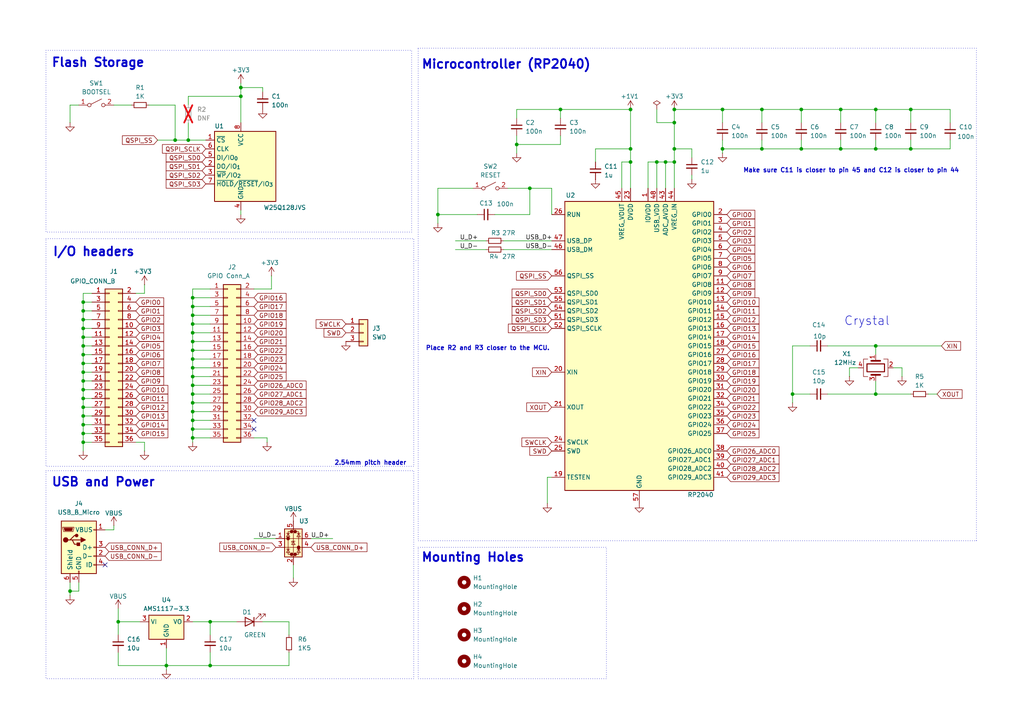
<source format=kicad_sch>
(kicad_sch (version 20250114) (generator "eeschema") (generator_version "9.0")
  (paper "A4")
  (title_block (title "RP2040 Breakout board") (date "2025-07-04") (rev "1.0") (company "https://github.com/tsokomalusi"))
  (rectangle (start 13.335 69.215) (end 120.015 135.255) (stroke (width 0) (type dot)))
  (rectangle (start 283.21 156.845) (end 283.21 156.845))
  (rectangle (start 120.015 146.05) (end 120.015 146.05))
  (rectangle (start 13.335 14.605) (end 119.38 67.31) (stroke (width 0) (type dot)))
  (rectangle (start 121.285 158.75) (end 175.895 196.85) (stroke (width 0) (type dot)))
  (rectangle (start 120.65 75.565) (end 120.65 75.565))
  (rectangle (start 121.285 13.97) (end 283.21 156.845) (stroke (width 0) (type dot)))
  (rectangle (start 13.335 136.525) (end 120.015 196.85) (stroke (width 0) (type dot)))
  (text "Microcontroller (RP2040)" (at 146.812 18.796 0) (effects (font (size 2.54 2.54) (thickness 0.508) (bold yes))))
  (text "USB and Power" (at 29.972 139.954 0) (effects (font (size 2.54 2.54) (thickness 0.508) (bold yes))))
  (text "Crystal" (at 251.46 93.218 0) (effects (font (size 2.54 2.54))))
  (text "Make sure C11 is closer to pin 45 and C12 is closer to pin 44" (at 246.888 49.53 0) (effects (font (size 1.27 1.27) (thickness 0.254) (bold yes))))
  (text "Flash Storage" (at 28.448 18.288 0) (effects (font (size 2.54 2.54) (thickness 0.508) (bold yes))))
  (text "Place R2 and R3 closer to the MCU." (at 141.478 101.092 0) (effects (font (size 1.27 1.27) (thickness 0.254) (bold yes))))
  (text "Mounting Holes" (at 137.16 161.798 0) (effects (font (size 2.54 2.54) (thickness 0.508) (bold yes))))
  (text "I/O headers" (at 27.178 73.152 0) (effects (font (size 2.54 2.54) (thickness 0.508) (bold yes))))
  (text "2.54mm pitch header" (at 107.442 134.366 0) (effects (font (size 1.27 1.27) (thickness 0.254) (bold yes))))
  (junction (at 195.58 43.18))
  (junction (at 55.88 106.68))
  (junction (at 55.88 96.52))
  (junction (at 24.13 120.65))
  (junction (at 254 43.18))
  (junction (at 24.13 107.95))
  (junction (at 195.58 35.56))
  (junction (at 182.88 46.99))
  (junction (at 162.56 31.75))
  (junction (at 55.88 121.92))
  (junction (at 60.96 180.34))
  (junction (at 60.96 193.04))
  (junction (at 190.5 46.99))
  (junction (at 55.88 86.36))
  (junction (at 243.84 43.18))
  (junction (at 55.88 93.98))
  (junction (at 55.88 91.44))
  (junction (at 24.13 102.87))
  (junction (at 55.88 119.38))
  (junction (at 24.13 95.25))
  (junction (at 24.13 110.49))
  (junction (at 24.13 113.03))
  (junction (at 55.88 104.14))
  (junction (at 24.13 123.19))
  (junction (at 55.88 114.3))
  (junction (at 24.13 87.63))
  (junction (at 254 114.3))
  (junction (at 195.58 46.99))
  (junction (at 220.98 31.75))
  (junction (at 55.88 111.76))
  (junction (at 243.84 31.75))
  (junction (at 195.58 31.75))
  (junction (at 24.13 90.17))
  (junction (at 24.13 92.71))
  (junction (at 254 100.33))
  (junction (at 254 31.75))
  (junction (at 54.61 40.64))
  (junction (at 55.88 127))
  (junction (at 264.16 43.18))
  (junction (at 55.88 109.22))
  (junction (at 20.32 171.45))
  (junction (at 153.67 54.61))
  (junction (at 232.41 43.18))
  (junction (at 69.85 25.4))
  (junction (at 24.13 125.73))
  (junction (at 50.8 40.64))
  (junction (at 34.29 180.34))
  (junction (at 24.13 115.57))
  (junction (at 264.16 31.75))
  (junction (at 55.88 101.6))
  (junction (at 24.13 97.79))
  (junction (at 55.88 88.9))
  (junction (at 24.13 105.41))
  (junction (at 69.85 27.94))
  (junction (at 209.55 31.75))
  (junction (at 127 62.23))
  (junction (at 209.55 43.18))
  (junction (at 182.88 31.75))
  (junction (at 48.26 193.04))
  (junction (at 55.88 124.46))
  (junction (at 55.88 99.06))
  (junction (at 182.88 43.18))
  (junction (at 24.13 118.11))
  (junction (at 193.04 46.99))
  (junction (at 55.88 116.84))
  (junction (at 24.13 100.33))
  (junction (at 24.13 128.27))
  (junction (at 220.98 43.18))
  (junction (at 229.87 114.3))
  (junction (at 232.41 31.75))
  (junction (at 149.86 41.91))
  (no_connect (at 73.66 121.92))
  (no_connect (at 30.48 163.83))
  (no_connect (at 73.66 124.46))
  (wire (pts (xy 55.88 124.46) (xy 55.88 127)))
  (wire (pts (xy 41.91 130.81) (xy 41.91 128.27)))
  (wire (pts (xy 273.05 100.33) (xy 254 100.33)))
  (wire (pts (xy 275.59 35.56) (xy 275.59 31.75)))
  (wire (pts (xy 41.91 85.09) (xy 39.37 85.09)))
  (wire (pts (xy 232.41 40.64) (xy 232.41 43.18)))
  (wire (pts (xy 146.05 72.39) (xy 160.02 72.39)))
  (wire (pts (xy 24.13 110.49) (xy 24.13 113.03)))
  (wire (pts (xy 180.34 54.61) (xy 180.34 46.99)))
  (wire (pts (xy 41.91 82.55) (xy 41.91 85.09)))
  (wire (pts (xy 48.26 187.96) (xy 48.26 193.04)))
  (wire (pts (xy 55.88 121.92) (xy 55.88 124.46)))
  (wire (pts (xy 209.55 40.64) (xy 209.55 43.18)))
  (wire (pts (xy 20.32 168.91) (xy 20.32 171.45)))
  (wire (pts (xy 132.08 69.85) (xy 140.97 69.85)))
  (wire (pts (xy 254 31.75) (xy 254 35.56)))
  (wire (pts (xy 193.04 46.99) (xy 193.04 54.61)))
  (wire (pts (xy 243.84 40.64) (xy 243.84 43.18)))
  (wire (pts (xy 182.88 43.18) (xy 182.88 46.99)))
  (wire (pts (xy 24.13 97.79) (xy 24.13 100.33)))
  (wire (pts (xy 55.88 101.6) (xy 60.96 101.6)))
  (wire (pts (xy 162.56 41.91) (xy 149.86 41.91)))
  (wire (pts (xy 187.96 46.99) (xy 187.96 54.61)))
  (wire (pts (xy 69.85 25.4) (xy 69.85 27.94)))
  (wire (pts (xy 246.38 106.68) (xy 248.92 106.68)))
  (wire (pts (xy 78.74 80.01) (xy 78.74 83.82)))
  (wire (pts (xy 275.59 31.75) (xy 264.16 31.75)))
  (wire (pts (xy 83.82 189.23) (xy 83.82 193.04)))
  (wire (pts (xy 96.52 156.21) (xy 90.17 156.21)))
  (wire (pts (xy 24.13 125.73) (xy 24.13 128.27)))
  (wire (pts (xy 24.13 118.11) (xy 26.67 118.11)))
  (wire (pts (xy 190.5 31.75) (xy 190.5 35.56)))
  (wire (pts (xy 26.67 85.09) (xy 24.13 85.09)))
  (wire (pts (xy 254 43.18) (xy 243.84 43.18)))
  (wire (pts (xy 254 110.49) (xy 254 114.3)))
  (wire (pts (xy 24.13 87.63) (xy 26.67 87.63)))
  (wire (pts (xy 24.13 120.65) (xy 24.13 123.19)))
  (wire (pts (xy 60.96 180.34) (xy 60.96 184.15)))
  (wire (pts (xy 73.66 83.82) (xy 78.74 83.82)))
  (wire (pts (xy 24.13 107.95) (xy 24.13 110.49)))
  (wire (pts (xy 55.88 86.36) (xy 60.96 86.36)))
  (wire (pts (xy 195.58 31.75) (xy 195.58 35.56)))
  (wire (pts (xy 55.88 96.52) (xy 60.96 96.52)))
  (wire (pts (xy 54.61 30.48) (xy 54.61 27.94)))
  (wire (pts (xy 55.88 116.84) (xy 55.88 119.38)))
  (wire (pts (xy 182.88 31.75) (xy 182.88 43.18)))
  (wire (pts (xy 55.88 119.38) (xy 60.96 119.38)))
  (wire (pts (xy 261.62 109.22) (xy 261.62 106.68)))
  (wire (pts (xy 55.88 116.84) (xy 60.96 116.84)))
  (wire (pts (xy 85.09 163.83) (xy 85.09 167.64)))
  (wire (pts (xy 160.02 138.43) (xy 158.75 138.43)))
  (wire (pts (xy 55.88 99.06) (xy 55.88 101.6)))
  (wire (pts (xy 55.88 86.36) (xy 55.88 88.9)))
  (wire (pts (xy 220.98 31.75) (xy 220.98 35.56)))
  (wire (pts (xy 83.82 184.15) (xy 83.82 180.34)))
  (wire (pts (xy 243.84 31.75) (xy 232.41 31.75)))
  (wire (pts (xy 209.55 43.18) (xy 209.55 44.45)))
  (wire (pts (xy 127 62.23) (xy 138.43 62.23)))
  (wire (pts (xy 254 100.33) (xy 240.03 100.33)))
  (wire (pts (xy 60.96 180.34) (xy 68.58 180.34)))
  (wire (pts (xy 147.32 54.61) (xy 153.67 54.61)))
  (wire (pts (xy 24.13 105.41) (xy 24.13 107.95)))
  (wire (pts (xy 275.59 40.64) (xy 275.59 43.18)))
  (wire (pts (xy 55.88 109.22) (xy 60.96 109.22)))
  (wire (pts (xy 55.88 88.9) (xy 60.96 88.9)))
  (wire (pts (xy 153.67 54.61) (xy 160.02 54.61)))
  (wire (pts (xy 127 62.23) (xy 127 64.77)))
  (wire (pts (xy 24.13 128.27) (xy 26.67 128.27)))
  (wire (pts (xy 243.84 43.18) (xy 232.41 43.18)))
  (wire (pts (xy 20.32 30.48) (xy 20.32 35.56)))
  (wire (pts (xy 54.61 35.56) (xy 54.61 40.64)))
  (wire (pts (xy 50.8 40.64) (xy 54.61 40.64)))
  (wire (pts (xy 254 31.75) (xy 243.84 31.75)))
  (wire (pts (xy 269.24 114.3) (xy 271.78 114.3)))
  (wire (pts (xy 76.2 25.4) (xy 69.85 25.4)))
  (wire (pts (xy 172.72 43.18) (xy 182.88 43.18)))
  (wire (pts (xy 162.56 39.37) (xy 162.56 41.91)))
  (wire (pts (xy 83.82 180.34) (xy 76.2 180.34)))
  (wire (pts (xy 24.13 92.71) (xy 24.13 95.25)))
  (wire (pts (xy 24.13 130.81) (xy 24.13 128.27)))
  (wire (pts (xy 24.13 105.41) (xy 26.67 105.41)))
  (wire (pts (xy 55.88 104.14) (xy 60.96 104.14)))
  (wire (pts (xy 149.86 31.75) (xy 162.56 31.75)))
  (wire (pts (xy 24.13 85.09) (xy 24.13 87.63)))
  (wire (pts (xy 55.88 114.3) (xy 55.88 116.84)))
  (wire (pts (xy 34.29 180.34) (xy 40.64 180.34)))
  (wire (pts (xy 264.16 31.75) (xy 264.16 35.56)))
  (wire (pts (xy 55.88 104.14) (xy 55.88 106.68)))
  (wire (pts (xy 200.66 43.18) (xy 195.58 43.18)))
  (wire (pts (xy 195.58 31.75) (xy 209.55 31.75)))
  (wire (pts (xy 24.13 118.11) (xy 24.13 120.65)))
  (wire (pts (xy 41.91 128.27) (xy 39.37 128.27)))
  (wire (pts (xy 24.13 102.87) (xy 24.13 105.41)))
  (wire (pts (xy 149.86 39.37) (xy 149.86 41.91)))
  (wire (pts (xy 132.08 72.39) (xy 140.97 72.39)))
  (wire (pts (xy 232.41 31.75) (xy 232.41 35.56)))
  (wire (pts (xy 83.82 193.04) (xy 60.96 193.04)))
  (wire (pts (xy 22.86 30.48) (xy 20.32 30.48)))
  (wire (pts (xy 60.96 83.82) (xy 55.88 83.82)))
  (wire (pts (xy 190.5 35.56) (xy 195.58 35.56)))
  (wire (pts (xy 24.13 123.19) (xy 26.67 123.19)))
  (wire (pts (xy 34.29 193.04) (xy 48.26 193.04)))
  (wire (pts (xy 24.13 125.73) (xy 26.67 125.73)))
  (wire (pts (xy 55.88 106.68) (xy 55.88 109.22)))
  (wire (pts (xy 220.98 31.75) (xy 209.55 31.75)))
  (wire (pts (xy 162.56 31.75) (xy 182.88 31.75)))
  (wire (pts (xy 22.86 171.45) (xy 20.32 171.45)))
  (wire (pts (xy 195.58 43.18) (xy 195.58 46.99)))
  (wire (pts (xy 193.04 46.99) (xy 195.58 46.99)))
  (wire (pts (xy 69.85 62.23) (xy 69.85 60.96)))
  (wire (pts (xy 34.29 180.34) (xy 34.29 184.15)))
  (wire (pts (xy 24.13 123.19) (xy 24.13 125.73)))
  (wire (pts (xy 24.13 95.25) (xy 24.13 97.79)))
  (wire (pts (xy 254 40.64) (xy 254 43.18)))
  (wire (pts (xy 149.86 41.91) (xy 149.86 44.45)))
  (wire (pts (xy 232.41 43.18) (xy 220.98 43.18)))
  (wire (pts (xy 55.88 93.98) (xy 60.96 93.98)))
  (wire (pts (xy 229.87 114.3) (xy 229.87 116.84)))
  (wire (pts (xy 55.88 88.9) (xy 55.88 91.44)))
  (wire (pts (xy 55.88 119.38) (xy 55.88 121.92)))
  (wire (pts (xy 50.8 30.48) (xy 50.8 40.64)))
  (wire (pts (xy 55.88 111.76) (xy 55.88 114.3)))
  (wire (pts (xy 143.51 62.23) (xy 153.67 62.23)))
  (wire (pts (xy 195.58 35.56) (xy 195.58 43.18)))
  (wire (pts (xy 73.66 156.21) (xy 80.01 156.21)))
  (wire (pts (xy 55.88 109.22) (xy 55.88 111.76)))
  (wire (pts (xy 232.41 31.75) (xy 220.98 31.75)))
  (wire (pts (xy 77.47 127) (xy 73.66 127)))
  (wire (pts (xy 264.16 31.75) (xy 254 31.75)))
  (wire (pts (xy 55.88 96.52) (xy 55.88 99.06)))
  (wire (pts (xy 54.61 27.94) (xy 69.85 27.94)))
  (wire (pts (xy 48.26 193.04) (xy 48.26 194.31)))
  (wire (pts (xy 54.61 40.64) (xy 59.69 40.64)))
  (wire (pts (xy 243.84 31.75) (xy 243.84 35.56)))
  (wire (pts (xy 182.88 46.99) (xy 182.88 54.61)))
  (wire (pts (xy 190.5 46.99) (xy 193.04 46.99)))
  (wire (pts (xy 55.88 106.68) (xy 60.96 106.68)))
  (wire (pts (xy 195.58 46.99) (xy 195.58 54.61)))
  (wire (pts (xy 69.85 24.13) (xy 69.85 25.4)))
  (wire (pts (xy 149.86 34.29) (xy 149.86 31.75)))
  (wire (pts (xy 24.13 115.57) (xy 24.13 118.11)))
  (wire (pts (xy 275.59 43.18) (xy 264.16 43.18)))
  (wire (pts (xy 33.02 30.48) (xy 38.1 30.48)))
  (wire (pts (xy 55.88 83.82) (xy 55.88 86.36)))
  (wire (pts (xy 24.13 107.95) (xy 26.67 107.95)))
  (wire (pts (xy 55.88 93.98) (xy 55.88 96.52)))
  (wire (pts (xy 22.86 168.91) (xy 22.86 171.45)))
  (wire (pts (xy 234.95 100.33) (xy 229.87 100.33)))
  (wire (pts (xy 55.88 101.6) (xy 55.88 104.14)))
  (wire (pts (xy 60.96 189.23) (xy 60.96 193.04)))
  (wire (pts (xy 127 54.61) (xy 127 62.23)))
  (wire (pts (xy 229.87 114.3) (xy 234.95 114.3)))
  (wire (pts (xy 76.2 26.67) (xy 76.2 25.4)))
  (wire (pts (xy 45.72 40.64) (xy 50.8 40.64)))
  (wire (pts (xy 162.56 34.29) (xy 162.56 31.75)))
  (wire (pts (xy 24.13 110.49) (xy 26.67 110.49)))
  (wire (pts (xy 55.88 91.44) (xy 55.88 93.98)))
  (wire (pts (xy 137.16 54.61) (xy 127 54.61)))
  (wire (pts (xy 220.98 40.64) (xy 220.98 43.18)))
  (wire (pts (xy 33.02 153.67) (xy 30.48 153.67)))
  (wire (pts (xy 264.16 43.18) (xy 254 43.18)))
  (wire (pts (xy 153.67 54.61) (xy 153.67 62.23)))
  (wire (pts (xy 24.13 113.03) (xy 26.67 113.03)))
  (wire (pts (xy 209.55 35.56) (xy 209.55 31.75)))
  (wire (pts (xy 200.66 45.72) (xy 200.66 43.18)))
  (wire (pts (xy 60.96 193.04) (xy 48.26 193.04)))
  (wire (pts (xy 24.13 115.57) (xy 26.67 115.57)))
  (wire (pts (xy 24.13 100.33) (xy 24.13 102.87)))
  (wire (pts (xy 254 114.3) (xy 264.16 114.3)))
  (wire (pts (xy 55.88 127) (xy 55.88 128.27)))
  (wire (pts (xy 55.88 124.46) (xy 60.96 124.46)))
  (wire (pts (xy 33.02 152.4) (xy 33.02 153.67)))
  (wire (pts (xy 229.87 100.33) (xy 229.87 114.3)))
  (wire (pts (xy 55.88 111.76) (xy 60.96 111.76)))
  (wire (pts (xy 43.18 30.48) (xy 50.8 30.48)))
  (wire (pts (xy 77.47 128.27) (xy 77.47 127)))
  (wire (pts (xy 24.13 120.65) (xy 26.67 120.65)))
  (wire (pts (xy 24.13 100.33) (xy 26.67 100.33)))
  (wire (pts (xy 158.75 138.43) (xy 158.75 146.05)))
  (wire (pts (xy 34.29 176.53) (xy 34.29 180.34)))
  (wire (pts (xy 254 100.33) (xy 254 102.87)))
  (wire (pts (xy 20.32 171.45) (xy 20.32 172.72)))
  (wire (pts (xy 190.5 46.99) (xy 190.5 54.61)))
  (wire (pts (xy 24.13 113.03) (xy 24.13 115.57)))
  (wire (pts (xy 200.66 50.8) (xy 200.66 52.07)))
  (wire (pts (xy 55.88 99.06) (xy 60.96 99.06)))
  (wire (pts (xy 246.38 109.22) (xy 246.38 106.68)))
  (wire (pts (xy 172.72 46.99) (xy 172.72 43.18)))
  (wire (pts (xy 180.34 46.99) (xy 182.88 46.99)))
  (wire (pts (xy 264.16 40.64) (xy 264.16 43.18)))
  (wire (pts (xy 55.88 127) (xy 60.96 127)))
  (wire (pts (xy 55.88 91.44) (xy 60.96 91.44)))
  (wire (pts (xy 55.88 114.3) (xy 60.96 114.3)))
  (wire (pts (xy 254 114.3) (xy 240.03 114.3)))
  (wire (pts (xy 220.98 43.18) (xy 209.55 43.18)))
  (wire (pts (xy 24.13 95.25) (xy 26.67 95.25)))
  (wire (pts (xy 34.29 189.23) (xy 34.29 193.04)))
  (wire (pts (xy 146.05 69.85) (xy 160.02 69.85)))
  (wire (pts (xy 24.13 87.63) (xy 24.13 90.17)))
  (wire (pts (xy 24.13 92.71) (xy 26.67 92.71)))
  (wire (pts (xy 55.88 180.34) (xy 60.96 180.34)))
  (wire (pts (xy 69.85 27.94) (xy 69.85 35.56)))
  (wire (pts (xy 24.13 102.87) (xy 26.67 102.87)))
  (wire (pts (xy 24.13 90.17) (xy 24.13 92.71)))
  (wire (pts (xy 24.13 90.17) (xy 26.67 90.17)))
  (wire (pts (xy 187.96 46.99) (xy 190.5 46.99)))
  (wire (pts (xy 261.62 106.68) (xy 259.08 106.68)))
  (wire (pts (xy 55.88 121.92) (xy 60.96 121.92)))
  (wire (pts (xy 160.02 54.61) (xy 160.02 62.23)))
  (wire (pts (xy 24.13 97.79) (xy 26.67 97.79)))
  (label "U_D-" (at 74.93 156.21 0))
  (label "USB_D+" (at 152.4 69.85 0))
  (label "U_D-" (at 133.35 72.39 0))
  (label "USB_D-" (at 152.4 72.39 0))
  (label "U_D+" (at 90.17 156.21 0))
  (label "U_D+" (at 133.35 69.85 0))
  (global_label "GPIO23" (shape input) (at 210.82 120.65 0) (property "Intersheetrefs" "${INTERSHEET_REFS}" (effects (hide yes))))
  (global_label "GPIO15" (shape input) (at 210.82 100.33 0) (property "Intersheetrefs" "${INTERSHEET_REFS}" (effects (hide yes))))
  (global_label "GPIO6" (shape input) (at 210.82 77.47 0) (property "Intersheetrefs" "${INTERSHEET_REFS}" (effects (hide yes))))
  (global_label "GPIO6" (shape input) (at 39.37 102.87 0) (property "Intersheetrefs" "${INTERSHEET_REFS}" (effects (hide yes))))
  (global_label "XOUT" (shape input) (at 160.02 118.11 180) (property "Intersheetrefs" "${INTERSHEET_REFS}" (effects (hide yes))))
  (global_label "GPIO27_ADC1" (shape input) (at 73.66 114.3 0) (property "Intersheetrefs" "${INTERSHEET_REFS}" (effects (hide yes))))
  (global_label "GPIO19" (shape input) (at 73.66 93.98 0) (property "Intersheetrefs" "${INTERSHEET_REFS}" (effects (hide yes))))
  (global_label "GPIO27_ADC1" (shape input) (at 210.82 133.35 0) (property "Intersheetrefs" "${INTERSHEET_REFS}" (effects (hide yes))))
  (global_label "GPIO13" (shape input) (at 210.82 95.25 0) (property "Intersheetrefs" "${INTERSHEET_REFS}" (effects (hide yes))))
  (global_label "USB_CONN_D-" (shape input) (at 80.01 158.75 180) (property "Intersheetrefs" "${INTERSHEET_REFS}" (effects (hide yes))))
  (global_label "GPIO16" (shape input) (at 73.66 86.36 0) (property "Intersheetrefs" "${INTERSHEET_REFS}" (effects (hide yes))))
  (global_label "GPIO17" (shape input) (at 73.66 88.9 0) (property "Intersheetrefs" "${INTERSHEET_REFS}" (effects (hide yes))))
  (global_label "QSPI_SD3" (shape input) (at 59.69 53.34 180) (property "Intersheetrefs" "${INTERSHEET_REFS}" (effects (hide yes))))
  (global_label "GPIO17" (shape input) (at 210.82 105.41 0) (property "Intersheetrefs" "${INTERSHEET_REFS}" (effects (hide yes))))
  (global_label "GPIO20" (shape input) (at 73.66 96.52 0) (property "Intersheetrefs" "${INTERSHEET_REFS}" (effects (hide yes))))
  (global_label "GPIO20" (shape input) (at 210.82 113.03 0) (property "Intersheetrefs" "${INTERSHEET_REFS}" (effects (hide yes))))
  (global_label "QSPI_SD2" (shape input) (at 59.69 50.8 180) (property "Intersheetrefs" "${INTERSHEET_REFS}" (effects (hide yes))))
  (global_label "GPIO29_ADC3" (shape input) (at 73.66 119.38 0) (property "Intersheetrefs" "${INTERSHEET_REFS}" (effects (hide yes))))
  (global_label "GPIO28_ADC2" (shape input) (at 210.82 135.89 0) (property "Intersheetrefs" "${INTERSHEET_REFS}" (effects (hide yes))))
  (global_label "GPIO3" (shape input) (at 39.37 95.25 0) (property "Intersheetrefs" "${INTERSHEET_REFS}" (effects (hide yes))))
  (global_label "GPIO21" (shape input) (at 210.82 115.57 0) (property "Intersheetrefs" "${INTERSHEET_REFS}" (effects (hide yes))))
  (global_label "USB_CONN_D-" (shape input) (at 30.48 161.29 0) (property "Intersheetrefs" "${INTERSHEET_REFS}" (effects (hide yes))))
  (global_label "GPIO29_ADC3" (shape input) (at 210.82 138.43 0) (property "Intersheetrefs" "${INTERSHEET_REFS}" (effects (hide yes))))
  (global_label "GPIO8" (shape input) (at 210.82 82.55 0) (property "Intersheetrefs" "${INTERSHEET_REFS}" (effects (hide yes))))
  (global_label "GPIO3" (shape input) (at 210.82 69.85 0) (property "Intersheetrefs" "${INTERSHEET_REFS}" (effects (hide yes))))
  (global_label "GPIO5" (shape input) (at 210.82 74.93 0) (property "Intersheetrefs" "${INTERSHEET_REFS}" (effects (hide yes))))
  (global_label "GPIO12" (shape input) (at 210.82 92.71 0) (property "Intersheetrefs" "${INTERSHEET_REFS}" (effects (hide yes))))
  (global_label "QSPI_SS" (shape input) (at 45.72 40.64 180) (property "Intersheetrefs" "${INTERSHEET_REFS}" (effects (hide yes))))
  (global_label "GPIO11" (shape input) (at 39.37 115.57 0) (property "Intersheetrefs" "${INTERSHEET_REFS}" (effects (hide yes))))
  (global_label "QSPI_SS" (shape input) (at 160.02 80.01 180) (property "Intersheetrefs" "${INTERSHEET_REFS}" (effects (hide yes))))
  (global_label "GPIO8" (shape input) (at 39.37 107.95 0) (property "Intersheetrefs" "${INTERSHEET_REFS}" (effects (hide yes))))
  (global_label "GPIO0" (shape input) (at 39.37 87.63 0) (property "Intersheetrefs" "${INTERSHEET_REFS}" (effects (hide yes))))
  (global_label "USB_CONN_D+" (shape input) (at 90.17 158.75 0) (property "Intersheetrefs" "${INTERSHEET_REFS}" (effects (hide yes))))
  (global_label "GPIO18" (shape input) (at 210.82 107.95 0) (property "Intersheetrefs" "${INTERSHEET_REFS}" (effects (hide yes))))
  (global_label "GPIO2" (shape input) (at 210.82 67.31 0) (property "Intersheetrefs" "${INTERSHEET_REFS}" (effects (hide yes))))
  (global_label "GPIO2" (shape input) (at 39.37 92.71 0) (property "Intersheetrefs" "${INTERSHEET_REFS}" (effects (hide yes))))
  (global_label "SWCLK" (shape input) (at 160.02 128.27 180) (property "Intersheetrefs" "${INTERSHEET_REFS}" (effects (hide yes))))
  (global_label "GPIO10" (shape input) (at 39.37 113.03 0) (property "Intersheetrefs" "${INTERSHEET_REFS}" (effects (hide yes))))
  (global_label "GPIO25" (shape input) (at 73.66 109.22 0) (property "Intersheetrefs" "${INTERSHEET_REFS}" (effects (hide yes))))
  (global_label "GPIO15" (shape input) (at 39.37 125.73 0) (property "Intersheetrefs" "${INTERSHEET_REFS}" (effects (hide yes))))
  (global_label "XOUT" (shape input) (at 271.78 114.3 0) (property "Intersheetrefs" "${INTERSHEET_REFS}" (effects (hide yes))))
  (global_label "GPIO24" (shape input) (at 210.82 123.19 0) (property "Intersheetrefs" "${INTERSHEET_REFS}" (effects (hide yes))))
  (global_label "GPIO16" (shape input) (at 210.82 102.87 0) (property "Intersheetrefs" "${INTERSHEET_REFS}" (effects (hide yes))))
  (global_label "GPIO14" (shape input) (at 39.37 123.19 0) (property "Intersheetrefs" "${INTERSHEET_REFS}" (effects (hide yes))))
  (global_label "GPIO1" (shape input) (at 39.37 90.17 0) (property "Intersheetrefs" "${INTERSHEET_REFS}" (effects (hide yes))))
  (global_label "GPIO13" (shape input) (at 39.37 120.65 0) (property "Intersheetrefs" "${INTERSHEET_REFS}" (effects (hide yes))))
  (global_label "XIN" (shape input) (at 160.02 107.95 180) (property "Intersheetrefs" "${INTERSHEET_REFS}" (effects (hide yes))))
  (global_label "GPIO24" (shape input) (at 73.66 106.68 0) (property "Intersheetrefs" "${INTERSHEET_REFS}" (effects (hide yes))))
  (global_label "QSPI_SD1" (shape input) (at 59.69 48.26 180) (property "Intersheetrefs" "${INTERSHEET_REFS}" (effects (hide yes))))
  (global_label "GPIO22" (shape input) (at 210.82 118.11 0) (property "Intersheetrefs" "${INTERSHEET_REFS}" (effects (hide yes))))
  (global_label "QSPI_SD0" (shape input) (at 160.02 85.09 180) (property "Intersheetrefs" "${INTERSHEET_REFS}" (effects (hide yes))))
  (global_label "GPIO25" (shape input) (at 210.82 125.73 0) (property "Intersheetrefs" "${INTERSHEET_REFS}" (effects (hide yes))))
  (global_label "GPIO7" (shape input) (at 39.37 105.41 0) (property "Intersheetrefs" "${INTERSHEET_REFS}" (effects (hide yes))))
  (global_label "GPIO14" (shape input) (at 210.82 97.79 0) (property "Intersheetrefs" "${INTERSHEET_REFS}" (effects (hide yes))))
  (global_label "GPIO4" (shape input) (at 39.37 97.79 0) (property "Intersheetrefs" "${INTERSHEET_REFS}" (effects (hide yes))))
  (global_label "GPIO7" (shape input) (at 210.82 80.01 0) (property "Intersheetrefs" "${INTERSHEET_REFS}" (effects (hide yes))))
  (global_label "QSPI_SCLK" (shape input) (at 160.02 95.25 180) (property "Intersheetrefs" "${INTERSHEET_REFS}" (effects (hide yes))))
  (global_label "GPIO21" (shape input) (at 73.66 99.06 0) (property "Intersheetrefs" "${INTERSHEET_REFS}" (effects (hide yes))))
  (global_label "QSPI_SD0" (shape input) (at 59.69 45.72 180) (property "Intersheetrefs" "${INTERSHEET_REFS}" (effects (hide yes))))
  (global_label "QSPI_SD3" (shape input) (at 160.02 92.71 180) (property "Intersheetrefs" "${INTERSHEET_REFS}" (effects (hide yes))))
  (global_label "GPIO9" (shape input) (at 210.82 85.09 0) (property "Intersheetrefs" "${INTERSHEET_REFS}" (effects (hide yes))))
  (global_label "USB_CONN_D+" (shape input) (at 30.48 158.75 0) (property "Intersheetrefs" "${INTERSHEET_REFS}" (effects (hide yes))))
  (global_label "QSPI_SCLK" (shape input) (at 59.69 43.18 180) (property "Intersheetrefs" "${INTERSHEET_REFS}" (effects (hide yes))))
  (global_label "GPIO18" (shape input) (at 73.66 91.44 0) (property "Intersheetrefs" "${INTERSHEET_REFS}" (effects (hide yes))))
  (global_label "GPIO28_ADC2" (shape input) (at 73.66 116.84 0) (property "Intersheetrefs" "${INTERSHEET_REFS}" (effects (hide yes))))
  (global_label "SWCLK" (shape input) (at 100.33 93.98 180) (property "Intersheetrefs" "${INTERSHEET_REFS}" (effects (hide yes))))
  (global_label "GPIO10" (shape input) (at 210.82 87.63 0) (property "Intersheetrefs" "${INTERSHEET_REFS}" (effects (hide yes))))
  (global_label "GPIO12" (shape input) (at 39.37 118.11 0) (property "Intersheetrefs" "${INTERSHEET_REFS}" (effects (hide yes))))
  (global_label "GPIO11" (shape input) (at 210.82 90.17 0) (property "Intersheetrefs" "${INTERSHEET_REFS}" (effects (hide yes))))
  (global_label "GPIO22" (shape input) (at 73.66 101.6 0) (property "Intersheetrefs" "${INTERSHEET_REFS}" (effects (hide yes))))
  (global_label "GPIO0" (shape input) (at 210.82 62.23 0) (property "Intersheetrefs" "${INTERSHEET_REFS}" (effects (hide yes))))
  (global_label "GPIO19" (shape input) (at 210.82 110.49 0) (property "Intersheetrefs" "${INTERSHEET_REFS}" (effects (hide yes))))
  (global_label "GPIO1" (shape input) (at 210.82 64.77 0) (property "Intersheetrefs" "${INTERSHEET_REFS}" (effects (hide yes))))
  (global_label "GPIO23" (shape input) (at 73.66 104.14 0) (property "Intersheetrefs" "${INTERSHEET_REFS}" (effects (hide yes))))
  (global_label "SWD" (shape input) (at 100.33 96.52 180) (property "Intersheetrefs" "${INTERSHEET_REFS}" (effects (hide yes))))
  (global_label "XIN" (shape input) (at 273.05 100.33 0) (property "Intersheetrefs" "${INTERSHEET_REFS}" (effects (hide yes))))
  (global_label "GPIO4" (shape input) (at 210.82 72.39 0) (property "Intersheetrefs" "${INTERSHEET_REFS}" (effects (hide yes))))
  (global_label "GPIO26_ADC0" (shape input) (at 210.82 130.81 0) (property "Intersheetrefs" "${INTERSHEET_REFS}" (effects (hide yes))))
  (global_label "GPIO5" (shape input) (at 39.37 100.33 0) (property "Intersheetrefs" "${INTERSHEET_REFS}" (effects (hide yes))))
  (global_label "GPIO26_ADC0" (shape input) (at 73.66 111.76 0) (property "Intersheetrefs" "${INTERSHEET_REFS}" (effects (hide yes))))
  (global_label "QSPI_SD1" (shape input) (at 160.02 87.63 180) (property "Intersheetrefs" "${INTERSHEET_REFS}" (effects (hide yes))))
  (global_label "QSPI_SD2" (shape input) (at 160.02 90.17 180) (property "Intersheetrefs" "${INTERSHEET_REFS}" (effects (hide yes))))
  (global_label "GPIO9" (shape input) (at 39.37 110.49 0) (property "Intersheetrefs" "${INTERSHEET_REFS}" (effects (hide yes))))
  (global_label "SWD" (shape input) (at 160.02 130.81 180) (property "Intersheetrefs" "${INTERSHEET_REFS}" (effects (hide yes))))
  (symbol (lib_id "Device:C_Small") (at 149.86 36.83 0) (unit 1)
    (property "Reference" "C2" (at 152.4 35.5662 0) (effects (justify left)))
    (property "Value" "100n" (at 152.4 38.1062 0) (effects (justify left)))
    (property "Footprint" "Capacitor_SMD:C_0603_1608Metric" (effects (hide yes)))
    (property "Description" "Unpolarized capacitor, small symbol" (effects (hide yes)))
  )
  (symbol (lib_id "Connector:USB_B_Micro") (at 22.86 158.75 0) (unit 1)
    (property "Reference" "J4" (at 22.86 146.05 0))
    (property "Value" "USB_B_Micro" (at 22.86 148.59 0))
    (property "Footprint" "Connector_USB:USB_Micro-B_Wuerth_629105150521" (effects (hide yes)))
    (property "Description" "USB Micro Type B connector" (effects (hide yes)))
  )
  (symbol (lib_id "Memory_Flash:W25Q128JVS") (at 69.85 48.26 0) (unit 1)
    (property "Reference" "U1" (at 62.23 36.576 0) (effects (justify left)))
    (property "Value" "W25Q128JVS" (at 76.454 60.198 0) (effects (justify left)))
    (property "Footprint" "Package_SO:SOIC-8_5.3x5.3mm_P1.27mm" (effects (hide yes)))
    (property "Datasheet" "https://www.winbond.com/resource-files/w25q128jv_dtr%20revc%2003272018%20plus.pdf" (effects (hide yes)))
    (property "Description" "128Mbit / 16MiB Serial Flash Memory, Standard/Dual/Quad SPI, 2.7-3.6V, SOIC-8" (effects (hide yes)))
  )
  (symbol (lib_id "Device:C_Small") (at 237.49 114.3 90) (unit 1)
    (property "Reference" "C15" (at 237.4963 107.95 90))
    (property "Value" "10p" (at 237.4963 110.49 90))
    (property "Footprint" "Capacitor_SMD:C_0603_1608Metric" (effects (hide yes)))
    (property "Description" "Unpolarized capacitor, small symbol" (effects (hide yes)))
  )
  (symbol (lib_id "power:GND") (at 246.38 109.22 0) (unit 1)
    (property "Reference" "#PWR015" (effects (hide yes)))
    (property "Value" "GND" (effects (hide yes)))
    (property "Description" "Power symbol creates a global label with name \"GND\" , ground" (effects (hide yes)))
  )
  (symbol (lib_id "Device:R_Small") (at 266.7 114.3 90) (unit 1)
    (property "Reference" "R5" (at 266.7 109.22 90))
    (property "Value" "1K" (at 266.7 111.76 90))
    (property "Footprint" "Resistor_SMD:R_0603_1608Metric" (effects (hide yes)))
    (property "Description" "Resistor, small symbol" (effects (hide yes)))
  )
  (symbol (lib_id "MCU_RaspberryPi:RP2040") (at 185.42 100.33 0) (unit 1)
    (property "Reference" "U2" (at 164.084 56.642 0) (effects (justify left)))
    (property "Value" "RP2040" (at 199.39 143.51 0) (effects (justify left)))
    (property "Footprint" "Package_DFN_QFN:QFN-56-1EP_7x7mm_P0.4mm_EP3.2x3.2mm" (effects (hide yes)))
    (property "Datasheet" "https://datasheets.raspberrypi.com/rp2040/rp2040-datasheet.pdf" (effects (hide yes)))
    (property "Description" "A microcontroller by Raspberry Pi" (effects (hide yes)))
  )
  (symbol (lib_id "Device:Crystal_GND24") (at 254 106.68 270) (unit 1)
    (property "Reference" "X1" (at 245.618 102.616 90))
    (property "Value" "12MHz" (at 245.11 105.156 90))
    (property "Footprint" "Crystal:XTAL_ABM8-272-T3" (effects (hide yes)))
    (property "Description" "Four pin crystal, GND on pins 2 and 4" (effects (hide yes)))
  )
  (symbol (lib_id "Switch:SW_SPST") (at 27.94 30.48 0) (unit 1)
    (property "Reference" "SW1" (at 27.94 24.13 0))
    (property "Value" "BOOTSEL" (at 27.94 26.67 0))
    (property "Footprint" "Button_Switch_SMD:SW_Tactile_SPST_NO_Straight_CK_PTS636Sx25SMTRLFS" (effects (hide yes)))
    (property "Description" "Single Pole Single Throw (SPST) switch" (effects (hide yes)))
  )
  (symbol (lib_id "Device:C_Small") (at 34.29 186.69 0) (unit 1)
    (property "Reference" "C16" (at 36.83 185.4262 0) (effects (justify left)))
    (property "Value" "10u" (at 36.83 187.9662 0) (effects (justify left)))
    (property "Footprint" "Capacitor_SMD:C_0805_2012Metric" (effects (hide yes)))
    (property "Description" "Unpolarized capacitor, small symbol" (effects (hide yes)))
  )
  (symbol (lib_id "power:+3V3") (at 41.91 82.55 0) (unit 1)
    (property "Reference" "#PWR026" (effects (hide yes)))
    (property "Value" "+3V3" (at 41.402 78.74 0))
    (property "Description" "Power symbol creates a global label with name \"+3V3\"" (effects (hide yes)))
  )
  (symbol (lib_id "Device:C_Small") (at 264.16 38.1 0) (unit 1)
    (property "Reference" "C9" (at 266.7 36.8362 0) (effects (justify left)))
    (property "Value" "100n" (at 266.7 39.3762 0) (effects (justify left)))
    (property "Footprint" "Capacitor_SMD:C_0603_1608Metric" (effects (hide yes)))
    (property "Description" "Unpolarized capacitor, small symbol" (effects (hide yes)))
  )
  (symbol (lib_id "Device:C_Small") (at 162.56 36.83 0) (unit 1)
    (property "Reference" "C3" (at 165.1 35.5662 0) (effects (justify left)))
    (property "Value" "100n" (at 165.1 38.1062 0) (effects (justify left)))
    (property "Footprint" "Capacitor_SMD:C_0603_1608Metric" (effects (hide yes)))
    (property "Description" "Unpolarized capacitor, small symbol" (effects (hide yes)))
  )
  (symbol (lib_id "power:GND") (at 127 64.77 0) (unit 1)
    (property "Reference" "#PWR022" (effects (hide yes)))
    (property "Value" "GND" (effects (hide yes)))
    (property "Description" "Power symbol creates a global label with name \"GND\" , ground" (effects (hide yes)))
  )
  (symbol (lib_id "power:GND") (at 24.13 130.81 0) (unit 1)
    (property "Reference" "#PWR025" (effects (hide yes)))
    (property "Value" "GND" (effects (hide yes)))
    (property "Description" "Power symbol creates a global label with name \"GND\" , ground" (effects (hide yes)))
  )
  (symbol (lib_id "power:GND") (at 55.88 128.27 0) (unit 1)
    (property "Reference" "#PWR028" (effects (hide yes)))
    (property "Value" "GND" (effects (hide yes)))
    (property "Description" "Power symbol creates a global label with name \"GND\" , ground" (effects (hide yes)))
  )
  (symbol (lib_id "power:VBUS") (at 34.29 176.53 0) (unit 1)
    (property "Reference" "#PWR014" (effects (hide yes)))
    (property "Value" "VBUS" (at 34.29 172.974 0))
    (property "Description" "Power symbol creates a global label with name \"VBUS\"" (effects (hide yes)))
  )
  (symbol (lib_id "Connector_Generic:Conn_01x03") (at 105.41 96.52 0) (unit 1)
    (property "Reference" "J3" (at 107.95 95.2499 0) (effects (justify left)))
    (property "Value" "SWD" (at 107.95 97.7899 0) (effects (justify left)))
    (property "Footprint" "Connector_PinHeader_2.54mm:PinHeader_1x03_P2.54mm_Vertical" (effects (hide yes)))
    (property "Description" "Generic connector, single row, 01x03, script generated (kicad-library-utils/schlib/autogen/connector/)" (effects (hide yes)))
  )
  (symbol (lib_id "power:GND") (at 185.42 146.05 0) (unit 1)
    (property "Reference" "#PWR01" (effects (hide yes)))
    (property "Value" "GND" (effects (hide yes)))
    (property "Description" "Power symbol creates a global label with name \"GND\" , ground" (effects (hide yes)))
  )
  (symbol (lib_id "Device:C_Small") (at 140.97 62.23 90) (unit 1)
    (property "Reference" "C13" (at 140.97 58.928 90))
    (property "Value" "100n" (at 146.558 59.182 90))
    (property "Footprint" "Capacitor_SMD:C_0603_1608Metric" (effects (hide yes)))
    (property "Description" "Unpolarized capacitor, small symbol" (effects (hide yes)))
  )
  (symbol (lib_id "power:+3V3") (at 69.85 24.13 0) (unit 1)
    (property "Reference" "#PWR019" (effects (hide yes)))
    (property "Value" "+3V3" (at 69.85 20.32 0))
    (property "Description" "Power symbol creates a global label with name \"+3V3\"" (effects (hide yes)))
  )
  (symbol (lib_id "Mechanical:MountingHole") (at 134.62 168.91 0) (unit 1) (exclude_from_sim yes) (in_bom no)
    (property "Reference" "H1" (at 137.16 167.6399 0) (effects (justify left)))
    (property "Value" "MountingHole" (at 137.16 170.1799 0) (effects (justify left)))
    (property "Footprint" "MountingHole:MountingHole_2.1mm" (effects (hide yes)))
    (property "Description" "Mounting Hole without connection" (effects (hide yes)))
  )
  (symbol (lib_id "power:GND") (at 77.47 128.27 0) (unit 1)
    (property "Reference" "#PWR030" (effects (hide yes)))
    (property "Value" "GND" (effects (hide yes)))
    (property "Description" "Power symbol creates a global label with name \"GND\" , ground" (effects (hide yes)))
  )
  (symbol (lib_id "Device:C_Small") (at 275.59 38.1 0) (unit 1)
    (property "Reference" "C10" (at 278.13 36.8362 0) (effects (justify left)))
    (property "Value" "100n" (at 277.622 39.624 0) (effects (justify left)))
    (property "Footprint" "Capacitor_SMD:C_0603_1608Metric" (effects (hide yes)))
    (property "Description" "Unpolarized capacitor, small symbol" (effects (hide yes)))
  )
  (symbol (lib_id "Connector_Generic:Conn_02x18_Odd_Even") (at 31.75 105.41 0) (unit 1)
    (property "Reference" "J1" (at 33.02 78.74 0))
    (property "Value" "GPIO_CONN_B" (at 26.924 81.534 0))
    (property "Footprint" "Connector_PinHeader_2.54mm:PinHeader_2x18_P2.54mm_Vertical" (effects (hide yes)))
    (property "Description" "Generic connector, double row, 02x18, odd/even pin numbering scheme (row 1 odd numbers, row 2 even numbers), script generated (kicad-library-utils/schlib/autogen/connector/)" (effects (hide yes)))
  )
  (symbol (lib_id "Device:LED") (at 72.39 180.34 180) (unit 1)
    (property "Reference" "D1" (at 71.628 177.546 0))
    (property "Value" "GREEN" (at 73.9775 184.15 0))
    (property "Footprint" "Capacitor_SMD:C_0603_1608Metric" (effects (hide yes)))
    (property "Description" "Light emitting diode" (effects (hide yes)))
    (property "Sim.Pins" "1=K 2=A" (effects (hide yes)))
  )
  (symbol (lib_id "Switch:SW_SPST") (at 142.24 54.61 0) (unit 1)
    (property "Reference" "SW2" (at 142.24 48.26 0))
    (property "Value" "RESET" (at 142.24 50.8 0))
    (property "Footprint" "Button_Switch_SMD:SW_Tactile_SPST_NO_Straight_CK_PTS636Sx25SMTRLFS" (effects (hide yes)))
    (property "Description" "Single Pole Single Throw (SPST) switch" (effects (hide yes)))
  )
  (symbol (lib_id "Connector_Generic:Conn_02x18_Odd_Even") (at 66.04 104.14 0) (unit 1)
    (property "Reference" "J2" (at 67.31 77.47 0))
    (property "Value" "GPIO Conn_A" (at 66.294 80.01 0))
    (property "Footprint" "Connector_PinHeader_2.54mm:PinHeader_2x18_P2.54mm_Vertical" (effects (hide yes)))
    (property "Description" "Generic connector, double row, 02x18, odd/even pin numbering scheme (row 1 odd numbers, row 2 even numbers), script generated (kicad-library-utils/schlib/autogen/connector/)" (effects (hide yes)))
  )
  (symbol (lib_id "Mechanical:MountingHole") (at 134.62 191.77 0) (unit 1) (exclude_from_sim yes) (in_bom no)
    (property "Reference" "H4" (at 137.16 190.4999 0) (effects (justify left)))
    (property "Value" "MountingHole" (at 137.16 193.0399 0) (effects (justify left)))
    (property "Footprint" "MountingHole:MountingHole_2.1mm" (effects (hide yes)))
    (property "Description" "Mounting Hole without connection" (effects (hide yes)))
  )
  (symbol (lib_id "power:GND") (at 48.26 194.31 0) (unit 1)
    (property "Reference" "#PWR09" (effects (hide yes)))
    (property "Value" "GND" (effects (hide yes)))
    (property "Description" "Power symbol creates a global label with name \"GND\" , ground" (effects (hide yes)))
  )
  (symbol (lib_id "power:GND") (at 261.62 109.22 0) (unit 1)
    (property "Reference" "#PWR016" (effects (hide yes)))
    (property "Value" "GND" (effects (hide yes)))
    (property "Description" "Power symbol creates a global label with name \"GND\" , ground" (effects (hide yes)))
  )
  (symbol (lib_id "Device:C_Small") (at 172.72 49.53 0) (unit 1)
    (property "Reference" "C11" (at 175.26 48.2662 0) (effects (justify left)))
    (property "Value" "1u" (at 175.26 50.8062 0) (effects (justify left)))
    (property "Footprint" "Capacitor_SMD:C_0603_1608Metric" (effects (hide yes)))
    (property "Description" "Unpolarized capacitor, small symbol" (effects (hide yes)))
  )
  (symbol (lib_id "Device:R_Small") (at 143.51 69.85 90) (unit 1)
    (property "Reference" "R3" (at 143.764 67.564 90))
    (property "Value" "27R" (at 147.574 67.564 90))
    (property "Footprint" "Resistor_SMD:R_0603_1608Metric" (effects (hide yes)))
    (property "Description" "Resistor, small symbol" (effects (hide yes)))
  )
  (symbol (lib_id "power:GND") (at 100.33 99.06 0) (unit 1)
    (property "Reference" "#PWR023" (effects (hide yes)))
    (property "Value" "GND" (effects (hide yes)))
    (property "Description" "Power symbol creates a global label with name \"GND\" , ground" (effects (hide yes)))
  )
  (symbol (lib_id "power:GND") (at 158.75 146.05 0) (unit 1)
    (property "Reference" "#PWR02" (effects (hide yes)))
    (property "Value" "GND" (effects (hide yes)))
    (property "Description" "Power symbol creates a global label with name \"GND\" , ground" (effects (hide yes)))
  )
  (symbol (lib_id "Device:C_Small") (at 220.98 38.1 0) (unit 1)
    (property "Reference" "C5" (at 223.52 36.8362 0) (effects (justify left)))
    (property "Value" "100n" (at 223.52 39.3762 0) (effects (justify left)))
    (property "Footprint" "Capacitor_SMD:C_0603_1608Metric" (effects (hide yes)))
    (property "Description" "Unpolarized capacitor, small symbol" (effects (hide yes)))
  )
  (symbol (lib_id "power:GND") (at 85.09 167.64 0) (unit 1)
    (property "Reference" "#PWR012" (effects (hide yes)))
    (property "Value" "GND" (effects (hide yes)))
    (property "Description" "Power symbol creates a global label with name \"GND\" , ground" (effects (hide yes)))
  )
  (symbol (lib_id "power:GND") (at 69.85 62.23 0) (unit 1)
    (property "Reference" "#PWR018" (effects (hide yes)))
    (property "Value" "GND" (effects (hide yes)))
    (property "Description" "Power symbol creates a global label with name \"GND\" , ground" (effects (hide yes)))
  )
  (symbol (lib_id "power:GND") (at 41.91 130.81 0) (unit 1)
    (property "Reference" "#PWR027" (effects (hide yes)))
    (property "Value" "GND" (effects (hide yes)))
    (property "Description" "Power symbol creates a global label with name \"GND\" , ground" (effects (hide yes)))
  )
  (symbol (lib_id "Device:R_Small") (at 40.64 30.48 90) (unit 1)
    (property "Reference" "R1" (at 40.64 25.4 90))
    (property "Value" "1K" (at 40.64 27.94 90))
    (property "Footprint" "Resistor_SMD:R_0603_1608Metric" (effects (hide yes)))
    (property "Description" "Resistor, small symbol" (effects (hide yes)))
  )
  (symbol (lib_id "Device:R_Small") (at 143.51 72.39 90) (unit 1)
    (property "Reference" "R4" (at 143.256 74.422 90))
    (property "Value" "27R" (at 147.574 74.422 90))
    (property "Footprint" "Resistor_SMD:R_0603_1608Metric" (effects (hide yes)))
    (property "Description" "Resistor, small symbol" (effects (hide yes)))
  )
  (symbol (lib_id "power:+3V3") (at 78.74 80.01 0) (unit 1)
    (property "Reference" "#PWR029" (effects (hide yes)))
    (property "Value" "+3V3" (at 78.232 76.2 0))
    (property "Description" "Power symbol creates a global label with name \"+3V3\"" (effects (hide yes)))
  )
  (symbol (lib_id "Mechanical:MountingHole") (at 134.62 184.15 0) (unit 1) (exclude_from_sim yes) (in_bom no)
    (property "Reference" "H3" (at 137.16 182.8799 0) (effects (justify left)))
    (property "Value" "MountingHole" (at 137.16 185.4199 0) (effects (justify left)))
    (property "Footprint" "MountingHole:MountingHole_2.1mm" (effects (hide yes)))
    (property "Description" "Mounting Hole without connection" (effects (hide yes)))
  )
  (symbol (lib_id "Device:R_Small") (at 54.61 33.02 0) (unit 1) (dnp yes)
    (property "Reference" "R2" (at 57.15 31.7499 0) (effects (justify left)))
    (property "Value" "DNF" (at 57.15 34.2899 0) (effects (justify left)))
    (property "Footprint" "Resistor_SMD:R_0603_1608Metric" (effects (hide yes)))
    (property "Description" "Resistor, small symbol" (effects (hide yes)))
  )
  (symbol (lib_id "power:GND") (at 200.66 52.07 0) (unit 1)
    (property "Reference" "#PWR04" (effects (hide yes)))
    (property "Value" "GND" (effects (hide yes)))
    (property "Description" "Power symbol creates a global label with name \"GND\" , ground" (effects (hide yes)))
  )
  (symbol (lib_id "Device:C_Small") (at 209.55 38.1 0) (unit 1)
    (property "Reference" "C4" (at 212.09 36.8362 0) (effects (justify left)))
    (property "Value" "100n" (at 212.09 39.3762 0) (effects (justify left)))
    (property "Footprint" "Capacitor_SMD:C_0603_1608Metric" (effects (hide yes)))
    (property "Description" "Unpolarized capacitor, small symbol" (effects (hide yes)))
  )
  (symbol (lib_id "Power_Protection:USBLC6-2SC6") (at 85.09 156.21 0) (unit 1)
    (property "Reference" "U3" (at 86.7411 151.13 0) (effects (justify left)))
    (property "Value" "USBLC6-2SC6" (effects (hide yes)))
    (property "Footprint" "Package_TO_SOT_SMD:SOT-23-6" (effects (hide yes)))
    (property "Datasheet" "https://www.st.com/resource/en/datasheet/usblc6-2.pdf" (effects (hide yes)))
    (property "Description" "Very low capacitance ESD protection diode, 2 data-line, SOT-23-6" (effects (hide yes)))
  )
  (symbol (lib_id "power:+3V3") (at 195.58 31.75 0) (unit 1)
    (property "Reference" "#PWR03" (effects (hide yes)))
    (property "Value" "+3V3" (at 195.58 27.94 0))
    (property "Description" "Power symbol creates a global label with name \"+3V3\"" (effects (hide yes)))
  )
  (symbol (lib_id "Device:C_Small") (at 254 38.1 0) (unit 1)
    (property "Reference" "C8" (at 256.54 36.8362 0) (effects (justify left)))
    (property "Value" "100n" (at 256.54 39.3762 0) (effects (justify left)))
    (property "Footprint" "Capacitor_SMD:C_0603_1608Metric" (effects (hide yes)))
    (property "Description" "Unpolarized capacitor, small symbol" (effects (hide yes)))
  )
  (symbol (lib_id "power:GND") (at 209.55 44.45 0) (unit 1)
    (property "Reference" "#PWR08" (effects (hide yes)))
    (property "Value" "GND" (effects (hide yes)))
    (property "Description" "Power symbol creates a global label with name \"GND\" , ground" (effects (hide yes)))
  )
  (symbol (lib_id "Device:C_Small") (at 237.49 100.33 90) (unit 1)
    (property "Reference" "C14" (at 237.49 94.234 90))
    (property "Value" "10p" (at 237.744 97.536 90))
    (property "Footprint" "Capacitor_SMD:C_0603_1608Metric" (effects (hide yes)))
    (property "Description" "Unpolarized capacitor, small symbol" (effects (hide yes)))
  )
  (symbol (lib_id "power:VBUS") (at 85.09 151.13 0) (unit 1)
    (property "Reference" "#PWR013" (effects (hide yes)))
    (property "Value" "VBUS" (at 85.09 147.574 0))
    (property "Description" "Power symbol creates a global label with name \"VBUS\"" (effects (hide yes)))
  )
  (symbol (lib_id "Regulator_Linear:AMS1117-3.3") (at 48.26 180.34 0) (unit 1)
    (property "Reference" "U4" (at 48.26 173.99 0))
    (property "Value" "AMS1117-3.3" (at 48.26 176.53 0))
    (property "Footprint" "Package_TO_SOT_SMD:SOT-223-3_TabPin2" (effects (hide yes)))
    (property "Datasheet" "http://www.advanced-monolithic.com/pdf/ds1117.pdf" (effects (hide yes)))
    (property "Description" "1A Low Dropout regulator, positive, 3.3V fixed output, SOT-223" (effects (hide yes)))
  )
  (symbol (lib_id "Device:C_Small") (at 76.2 29.21 0) (unit 1)
    (property "Reference" "C1" (at 78.74 27.9462 0) (effects (justify left)))
    (property "Value" "100n" (at 78.74 30.4862 0) (effects (justify left)))
    (property "Footprint" "Capacitor_SMD:C_0603_1608Metric" (effects (hide yes)))
    (property "Description" "Unpolarized capacitor, small symbol" (effects (hide yes)))
  )
  (symbol (lib_id "power:GND") (at 172.72 52.07 0) (unit 1)
    (property "Reference" "#PWR07" (effects (hide yes)))
    (property "Value" "GND" (effects (hide yes)))
    (property "Description" "Power symbol creates a global label with name \"GND\" , ground" (effects (hide yes)))
  )
  (symbol (lib_id "Device:C_Small") (at 200.66 48.26 0) (unit 1)
    (property "Reference" "C12" (at 203.2 46.9962 0) (effects (justify left)))
    (property "Value" "1u" (at 203.2 49.5362 0) (effects (justify left)))
    (property "Footprint" "Capacitor_SMD:C_0603_1608Metric" (effects (hide yes)))
    (property "Description" "Unpolarized capacitor, small symbol" (effects (hide yes)))
  )
  (symbol (lib_id "power:GND") (at 20.32 172.72 0) (unit 1)
    (property "Reference" "#PWR010" (effects (hide yes)))
    (property "Value" "GND" (effects (hide yes)))
    (property "Description" "Power symbol creates a global label with name \"GND\" , ground" (effects (hide yes)))
  )
  (symbol (lib_id "Mechanical:MountingHole") (at 134.62 176.53 0) (unit 1) (exclude_from_sim yes) (in_bom no)
    (property "Reference" "H2" (at 137.16 175.2599 0) (effects (justify left)))
    (property "Value" "MountingHole" (at 137.16 177.7999 0) (effects (justify left)))
    (property "Footprint" "MountingHole:MountingHole_2.1mm" (effects (hide yes)))
    (property "Description" "Mounting Hole without connection" (effects (hide yes)))
  )
  (symbol (lib_id "power:PWR_FLAG") (at 190.5 31.75 0) (unit 1)
    (property "Reference" "#FLG01" (effects (hide yes)))
    (property "Value" "PWR_FLAG" (effects (hide yes)))
    (property "Description" "Special symbol for telling ERC where power comes from" (effects (hide yes)))
  )
  (symbol (lib_id "Device:R_Small") (at 83.82 186.69 0) (unit 1)
    (property "Reference" "R6" (at 86.36 185.4199 0) (effects (justify left)))
    (property "Value" "1K5" (at 86.36 187.9599 0) (effects (justify left)))
    (property "Footprint" "Resistor_SMD:R_0603_1608Metric" (effects (hide yes)))
    (property "Description" "Resistor, small symbol" (effects (hide yes)))
  )
  (symbol (lib_id "power:GND") (at 76.2 31.75 0) (unit 1)
    (property "Reference" "#PWR020" (effects (hide yes)))
    (property "Value" "GND" (effects (hide yes)))
    (property "Description" "Power symbol creates a global label with name \"GND\" , ground" (effects (hide yes)))
  )
  (symbol (lib_id "power:GND") (at 229.87 116.84 0) (unit 1)
    (property "Reference" "#PWR017" (effects (hide yes)))
    (property "Value" "GND" (effects (hide yes)))
    (property "Description" "Power symbol creates a global label with name \"GND\" , ground" (effects (hide yes)))
  )
  (symbol (lib_id "power:+1V1") (at 182.88 31.75 0) (unit 1)
    (property "Reference" "#PWR05" (effects (hide yes)))
    (property "Value" "+1V1" (at 182.626 27.94 0))
    (property "Description" "Power symbol creates a global label with name \"+1V1\"" (effects (hide yes)))
  )
  (symbol (lib_id "power:GND") (at 20.32 35.56 0) (unit 1)
    (property "Reference" "#PWR021" (effects (hide yes)))
    (property "Value" "GND" (effects (hide yes)))
    (property "Description" "Power symbol creates a global label with name \"GND\" , ground" (effects (hide yes)))
  )
  (symbol (lib_id "Device:C_Small") (at 243.84 38.1 0) (unit 1)
    (property "Reference" "C7" (at 246.38 36.8362 0) (effects (justify left)))
    (property "Value" "100n" (at 246.38 39.3762 0) (effects (justify left)))
    (property "Footprint" "Capacitor_SMD:C_0603_1608Metric" (effects (hide yes)))
    (property "Description" "Unpolarized capacitor, small symbol" (effects (hide yes)))
  )
  (symbol (lib_id "Device:C_Small") (at 60.96 186.69 0) (unit 1)
    (property "Reference" "C17" (at 63.5 185.4262 0) (effects (justify left)))
    (property "Value" "10u" (at 63.5 187.9662 0) (effects (justify left)))
    (property "Footprint" "Capacitor_SMD:C_0805_2012Metric" (effects (hide yes)))
    (property "Description" "Unpolarized capacitor, small symbol" (effects (hide yes)))
  )
  (symbol (lib_id "Device:C_Small") (at 232.41 38.1 0) (unit 1)
    (property "Reference" "C6" (at 234.95 36.8362 0) (effects (justify left)))
    (property "Value" "100n" (at 234.95 39.3762 0) (effects (justify left)))
    (property "Footprint" "Capacitor_SMD:C_0603_1608Metric" (effects (hide yes)))
    (property "Description" "Unpolarized capacitor, small symbol" (effects (hide yes)))
  )
  (symbol (lib_id "power:GND") (at 149.86 44.45 0) (unit 1)
    (property "Reference" "#PWR06" (effects (hide yes)))
    (property "Value" "GND" (effects (hide yes)))
    (property "Description" "Power symbol creates a global label with name \"GND\" , ground" (effects (hide yes)))
  )
  (symbol (lib_id "power:VBUS") (at 33.02 152.4 0) (unit 1)
    (property "Reference" "#PWR011" (effects (hide yes)))
    (property "Value" "VBUS" (at 33.02 148.844 0))
    (property "Description" "Power symbol creates a global label with name \"VBUS\"" (effects (hide yes)))
  )
)
</source>
